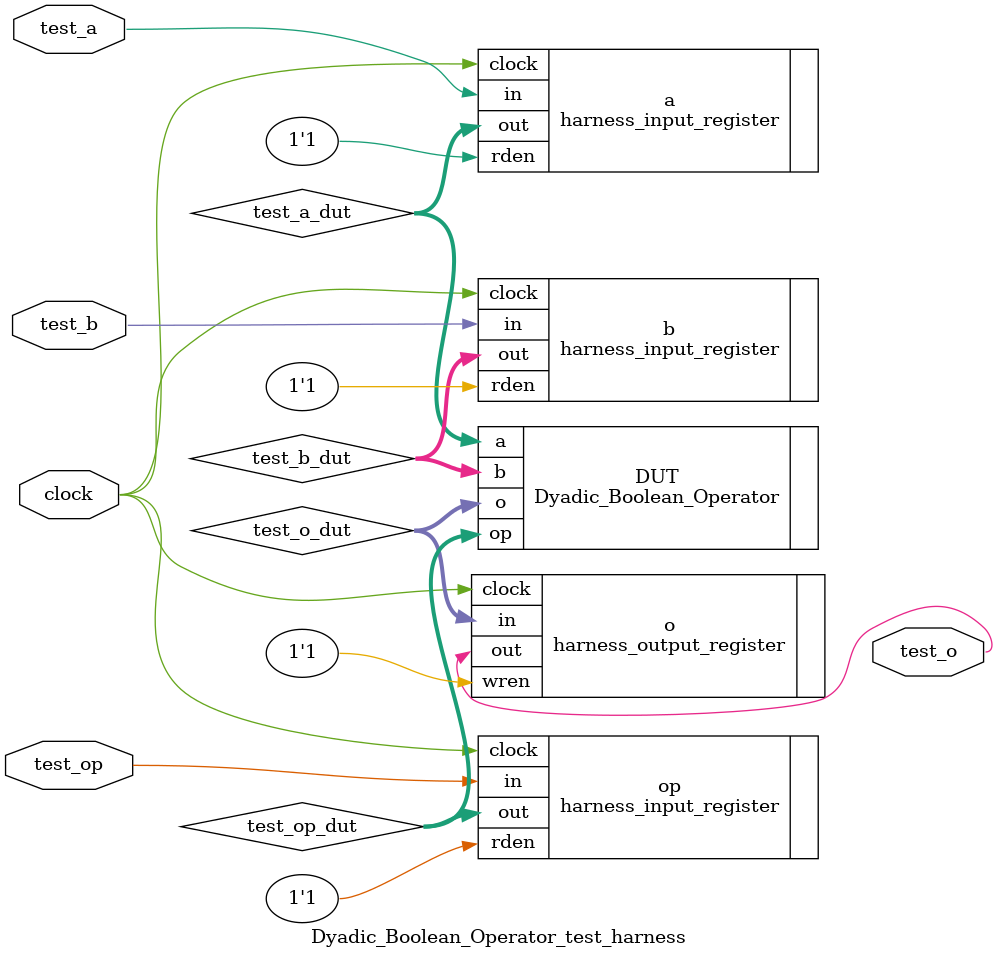
<source format=v>

module Dyadic_Boolean_Operator_test_harness
#(
    parameter   WORD_WIDTH = 36
)
(
    input   wire    clock,
    input   wire    test_op,
    input   wire    test_a,
    input   wire    test_b,
    output  wire    test_o
);

    localparam OP_WIDTH = 4;

// --------------------------------------------------------------------

    wire    [OP_WIDTH-1:0]      test_op_dut;
    wire    [WORD_WIDTH-1:0]    test_a_dut;
    wire    [WORD_WIDTH-1:0]    test_b_dut;
    wire    [WORD_WIDTH-1:0]    test_o_dut;

    Dyadic_Boolean_Operator
    #(
        .WORD_WIDTH (WORD_WIDTH)
    )
    DUT
    (
        .op         (test_op_dut),
        .a          (test_a_dut),
        .b          (test_b_dut),
        .o          (test_o_dut)
    );

// --------------------------------------------------------------------

    harness_input_register
    #(
        .WIDTH  (OP_WIDTH)
    )
    op
    (
        .clock  (clock),    
        .in     (test_op),
        .rden   (1'b1),
        .out    (test_op_dut)
    );

    harness_input_register
    #(
        .WIDTH  (WORD_WIDTH)
    )
    a
    (
        .clock  (clock),    
        .in     (test_a),
        .rden   (1'b1),
        .out    (test_a_dut)
    );

    harness_input_register
    #(
        .WIDTH  (WORD_WIDTH)
    )
    b
    (
        .clock  (clock),    
        .in     (test_b),
        .rden   (1'b1),
        .out    (test_b_dut)
    );

    harness_output_register 
    #(
        .WIDTH  (WORD_WIDTH)
    )
    o
    (
        .clock  (clock),
        .in     (test_o_dut),
        .wren   (1'b1),
        .out    (test_o)
    );

endmodule


</source>
